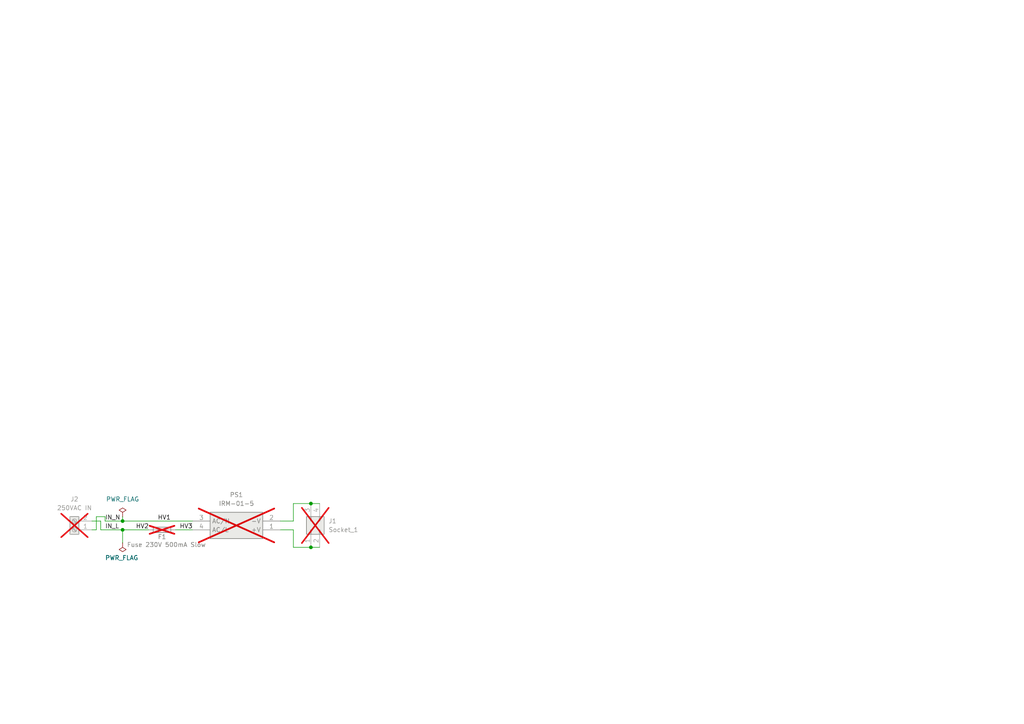
<source format=kicad_sch>
(kicad_sch (version 20231120) (generator "eeschema") (generator_version "8.0")
  (paper "A4")
  (lib_symbols
    (symbol "Connector:Screw_Terminal_01x02" (pin_names (offset 1.016) hide)
      (property "Reference" "J" (at 0 2.54 0))
      (property "Value" "Screw_Terminal_01x02" (at 0 -5.08 0))
      (symbol "Screw_Terminal_01x02_1_1"
        (rectangle (start -1.27 1.27) (end 1.27 -3.81) (stroke (width 0.254)) (fill (type background)))
        (circle (center 0 -2.54) (radius 0.635) (stroke (width 0.1524)))
        (polyline (pts (xy -0.5334 -2.2098) (xy 0.3302 -3.048)) (stroke (width 0.1524)))
        (polyline (pts (xy -0.5334 0.3302) (xy 0.3302 -0.508)) (stroke (width 0.1524)))
        (polyline (pts (xy -0.3556 -2.032) (xy 0.508 -2.8702)) (stroke (width 0.1524)))
        (polyline (pts (xy -0.3556 0.508) (xy 0.508 -0.3302)) (stroke (width 0.1524)))
        (circle (center 0 0) (radius 0.635) (stroke (width 0.1524)))
        (pin passive line (at -5.08 0 0) (length 3.81) (name "Pin_1") (number "1"))
        (pin passive line (at -5.08 -2.54 0) (length 3.81) (name "Pin_2") (number "2"))
      )
    )
    (symbol "Connector_Generic:Conn_02x02_Top_Bottom" (pin_names (offset 1.016) hide)
      (property "Reference" "J" (at 1.27 2.54 0))
      (property "Value" "Conn_02x02_Top_Bottom" (at 1.27 -5.08 0))
      (symbol "Conn_02x02_Top_Bottom_1_1"
        (rectangle (start -1.27 -2.413) (end 0 -2.667) (stroke (width 0.1524)))
        (rectangle (start -1.27 0.127) (end 0 -0.127) (stroke (width 0.1524)))
        (rectangle (start -1.27 1.27) (end 3.81 -3.81) (stroke (width 0.254)) (fill (type background)))
        (rectangle (start 3.81 -2.413) (end 2.54 -2.667) (stroke (width 0.1524)))
        (rectangle (start 3.81 0.127) (end 2.54 -0.127) (stroke (width 0.1524)))
        (pin passive line (at -5.08 0 0) (length 3.81) (name "Pin_1") (number "1"))
        (pin passive line (at -5.08 -2.54 0) (length 3.81) (name "Pin_2") (number "2"))
        (pin passive line (at 7.62 0 180) (length 3.81) (name "Pin_3") (number "3"))
        (pin passive line (at 7.62 -2.54 180) (length 3.81) (name "Pin_4") (number "4"))
      )
    )
    (symbol "Device:Fuse" (pin_numbers hide) (pin_names (offset 0))
      (property "Reference" "F" (at 2.032 0 90))
      (property "Value" "Fuse" (at -1.905 0 90))
      (symbol "Fuse_0_1"
        (rectangle (start -0.762 -2.54) (end 0.762 2.54) (stroke (width 0.254)))
        (polyline (pts (xy 0 2.54) (xy 0 -2.54)))
      )
      (symbol "Fuse_1_1"
        (pin passive line (at 0 3.81 270) (length 1.27) (name "~") (number "1"))
        (pin passive line (at 0 -3.81 90) (length 1.27) (name "~") (number "2"))
      )
    )
    (symbol "power:PWR_FLAG" (power) (pin_numbers hide) (pin_names (offset 0) hide)
      (property "Value" "PWR_FLAG" (at 0 3.81 0))
      (symbol "PWR_FLAG_0_0"
        (pin power_out line (at 0 0 90) (length 0) (name "pwr") (number "1"))
      )
      (symbol "PWR_FLAG_0_1"
        (polyline (pts (xy 0 0) (xy 0 1.27) (xy -1.016 1.905) (xy 0 2.54) (xy 1.016 1.905) (xy 0 1.27)))
      )
    )
    (symbol "power_bricks:IRM-01-5"
      (property "Reference" "PS" (at 7.62 7.62 0))
      (property "Value" "IRM-01-5" (at 7.62 5.08 0))
      (symbol "IRM-01-5_1_1"
        (rectangle (start 5.08 2.54) (end 20.32 -5.08) (stroke (width 0.254)) (fill (type background)))
        (pin passive line (at 0 0 0) (length 5.08) (name "+V") (number "1"))
        (pin passive line (at 0 -2.54 0) (length 5.08) (name "-V") (number "2"))
        (pin passive line (at 25.4 -2.54 180) (length 5.08) (name "AC/N") (number "3"))
        (pin passive line (at 25.4 0 180) (length 5.08) (name "AC/L") (number "4"))
      )
    )
  )
  (junction (at 35.56 151.13))
  (junction (at 90.17 158.75))
  (junction (at 35.56 153.67))
  (junction (at 90.17 146.05))
  (wire (pts (xy 30.48 149.86) (xy 30.48 151.13)))
  (wire (pts (xy 35.56 151.13) (xy 55.88 151.13)))
  (wire (pts (xy 81.28 151.13) (xy 85.09 151.13)))
  (wire (pts (xy 81.28 153.67) (xy 85.09 153.67)))
  (wire (pts (xy 29.21 151.13) (xy 29.21 153.67)))
  (wire (pts (xy 85.09 146.05) (xy 90.17 146.05)))
  (wire (pts (xy 85.09 153.67) (xy 85.09 158.75)))
  (wire (pts (xy 30.48 151.13) (xy 35.56 151.13)))
  (wire (pts (xy 26.67 153.67) (xy 27.94 153.67)))
  (wire (pts (xy 27.94 149.86) (xy 30.48 149.86)))
  (wire (pts (xy 90.17 146.05) (xy 92.71 146.05)))
  (wire (pts (xy 90.17 158.75) (xy 92.71 158.75)))
  (wire (pts (xy 50.8 153.67) (xy 55.88 153.67)))
  (wire (pts (xy 29.21 153.67) (xy 35.56 153.67)))
  (wire (pts (xy 35.56 153.67) (xy 43.18 153.67)))
  (wire (pts (xy 35.56 149.86) (xy 35.56 151.13)))
  (wire (pts (xy 35.56 153.67) (xy 35.56 157.48)))
  (wire (pts (xy 26.67 151.13) (xy 29.21 151.13)))
  (wire (pts (xy 85.09 151.13) (xy 85.09 146.05)))
  (wire (pts (xy 27.94 153.67) (xy 27.94 149.86)))
  (wire (pts (xy 85.09 158.75) (xy 90.17 158.75)))
  (label "HV1" (at 45.72 151.13 0))
  (label "IN_L" (at 30.48 153.67 0))
  (label "HV3" (at 52.07 153.67 0))
  (label "IN_N" (at 30.48 151.13 0))
  (label "HV2" (at 39.37 153.67 0))
  (symbol (lib_id "Connector:Screw_Terminal_01x02") (at 21.59 153.67 180) (unit 1) (dnp yes)
    (property "Reference" "J2" (at 21.59 144.78 0))
    (property "Value" "250VAC IN" (at 21.59 147.32 0))
    (property "Footprint" "TerminalBlock_Phoenix:TerminalBlock_Phoenix_MKDS-1,5-2-5.08_1x02_P5.08mm_Horizontal" (effects (hide yes)))
    (property "LCSC" "C91153" (effects (hide yes)))
  )
  (symbol (lib_id "Device:Fuse") (at 46.99 153.67 270) (unit 1) (dnp yes)
    (property "Reference" "F1" (at 46.99 155.702 90))
    (property "Value" "Fuse 230V 500mA Slow" (at 48.26 157.988 90))
    (property "Footprint" "jlc_misc:0443.500DR" (effects (hide yes)))
  )
  (symbol (lib_id "power:PWR_FLAG") (at 35.56 149.86 0) (unit 1)
    (property "Reference" "#FLG02" (effects (hide yes)))
    (property "Value" "PWR_FLAG" (at 35.56 144.78 0))
  )
  (symbol (lib_id "power_bricks:IRM-01-5") (at 81.28 153.67 180) (unit 1) (dnp yes)
    (property "Reference" "PS1" (at 68.58 143.51 0))
    (property "Value" "IRM-01-5" (at 68.58 146.05 0))
    (property "Footprint" "power_bricks:IRM015" (effects (hide yes)))
    (property "Datasheet" "https://www.meanwell.com/Upload/PDF/IRM-01/IRM-01-SPEC.PDF" (effects (hide yes)))
    (property "Description" "Power Supply Encapsulated PCB 5V 1W" (effects (hide yes)))
    (property "Height" "15" (effects (hide yes)))
    (property "Mouser Part Number" "709-IRM01-5" (effects (hide yes)))
    (property "Mouser Price/Stock" "https://www.mouser.co.uk/ProductDetail/MEAN-WELL/IRM-01-5?qs=C9r8PV%2F%252BoWMaYlcx2eavRQ%3D%3D" (effects (hide yes)))
    (property "Manufacturer_Name" "Mean Well" (effects (hide yes)))
    (property "Manufacturer_Part_Number" "IRM-01-5" (effects (hide yes)))
  )
  (symbol (lib_id "Connector_Generic:Conn_02x02_Top_Bottom") (at 90.17 153.67 90) (unit 1) (dnp yes)
    (property "Reference" "J1" (at 95.25 151.1299 90) (effects (justify right)))
    (property "Value" "Socket_1" (at 95.25 153.6699 90) (effects (justify right)))
    (property "Footprint" "Connector_PinSocket_2.54mm:PinSocket_2x02_P2.54mm_Vertical" (effects (hide yes)))
    (property "Description" "Generic connector, double row, 02x02, top/bottom pin numbering scheme (row 1: 1...pins_per_row, row2: pins_per_row+1 ... num_pins), script generated (kicad-library-utils/schlib/autogen/connector/)" (effects (hide yes)))
    (property "LCSC" "C780055" (effects (hide yes)))
  )
  (symbol (lib_id "power:PWR_FLAG") (at 35.56 157.48 180) (unit 1)
    (property "Reference" "#FLG01" (effects (hide yes)))
    (property "Value" "PWR_FLAG" (at 35.306 161.798 0))
  )
  (sheet (at 8.89 236.22) (size 290.83 138.43) (stroke (width 0.1524))
    (property "Sheetname" "Back board" (at 8.89 235.5084 0) (effects (justify left bottom)))
    (property "Sheetfile" "untitled.kicad_sch" (at 8.89 375.2346 0) (effects (justify left top)))
  )
)
</source>
